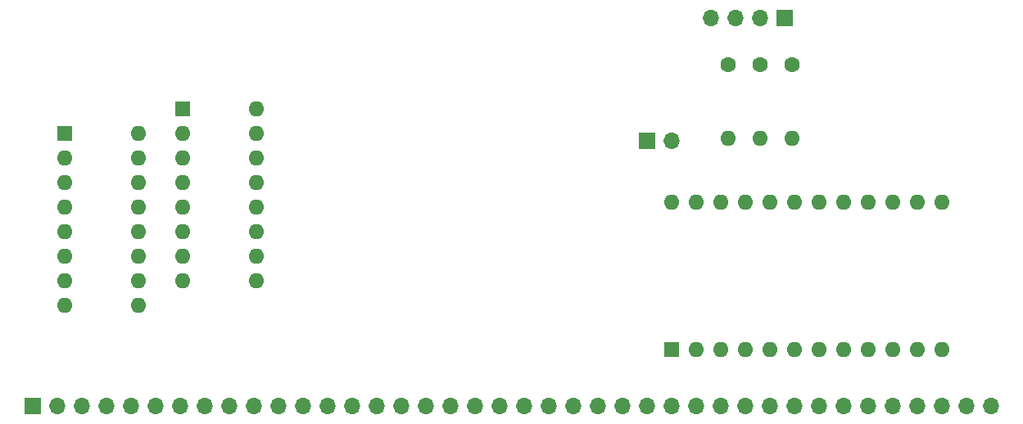
<source format=gts>
%TF.GenerationSoftware,KiCad,Pcbnew,7.0.1*%
%TF.CreationDate,2024-02-11T14:49:15+00:00*%
%TF.ProjectId,Sys09UART,53797330-3955-4415-9254-2e6b69636164,rev?*%
%TF.SameCoordinates,Original*%
%TF.FileFunction,Soldermask,Top*%
%TF.FilePolarity,Negative*%
%FSLAX46Y46*%
G04 Gerber Fmt 4.6, Leading zero omitted, Abs format (unit mm)*
G04 Created by KiCad (PCBNEW 7.0.1) date 2024-02-11 14:49:15*
%MOMM*%
%LPD*%
G01*
G04 APERTURE LIST*
%ADD10R,1.600000X1.600000*%
%ADD11O,1.600000X1.600000*%
%ADD12C,1.600000*%
%ADD13R,1.700000X1.700000*%
%ADD14O,1.700000X1.700000*%
G04 APERTURE END LIST*
D10*
%TO.C,U3*%
X150363000Y-95509000D03*
D11*
X152903000Y-95509000D03*
X155443000Y-95509000D03*
X157983000Y-95509000D03*
X160523000Y-95509000D03*
X163063000Y-95509000D03*
X165603000Y-95509000D03*
X168143000Y-95509000D03*
X170683000Y-95509000D03*
X173223000Y-95509000D03*
X175763000Y-95509000D03*
X178303000Y-95509000D03*
X178303000Y-80269000D03*
X175763000Y-80269000D03*
X173223000Y-80269000D03*
X170683000Y-80269000D03*
X168143000Y-80269000D03*
X165603000Y-80269000D03*
X163063000Y-80269000D03*
X160523000Y-80269000D03*
X157983000Y-80269000D03*
X155443000Y-80269000D03*
X152903000Y-80269000D03*
X150363000Y-80269000D03*
%TD*%
D10*
%TO.C,U1*%
X87640000Y-73167000D03*
D11*
X87640000Y-75707000D03*
X87640000Y-78247000D03*
X87640000Y-80787000D03*
X87640000Y-83327000D03*
X87640000Y-85867000D03*
X87640000Y-88407000D03*
X87640000Y-90947000D03*
X95260000Y-90947000D03*
X95260000Y-88407000D03*
X95260000Y-85867000D03*
X95260000Y-83327000D03*
X95260000Y-80787000D03*
X95260000Y-78247000D03*
X95260000Y-75707000D03*
X95260000Y-73167000D03*
%TD*%
D12*
%TO.C,R1*%
X162814000Y-66040000D03*
D11*
X162814000Y-73660000D03*
%TD*%
D12*
%TO.C,R3*%
X159512000Y-66040000D03*
D11*
X159512000Y-73660000D03*
%TD*%
D13*
%TO.C,J1*%
X84328000Y-101294000D03*
D14*
X86868000Y-101294000D03*
X89408000Y-101294000D03*
X91948000Y-101294000D03*
X94488000Y-101294000D03*
X97028000Y-101294000D03*
X99568000Y-101294000D03*
X102108000Y-101294000D03*
X104648000Y-101294000D03*
X107188000Y-101294000D03*
X109728000Y-101294000D03*
X112268000Y-101294000D03*
X114808000Y-101294000D03*
X117348000Y-101294000D03*
X119888000Y-101294000D03*
X122428000Y-101294000D03*
X124968000Y-101294000D03*
X127508000Y-101294000D03*
X130048000Y-101294000D03*
X132588000Y-101294000D03*
X135128000Y-101294000D03*
X137668000Y-101294000D03*
X140208000Y-101294000D03*
X142748000Y-101294000D03*
X145288000Y-101294000D03*
X147828000Y-101294000D03*
X150368000Y-101294000D03*
X152908000Y-101294000D03*
X155448000Y-101294000D03*
X157988000Y-101294000D03*
X160528000Y-101294000D03*
X163068000Y-101294000D03*
X165608000Y-101294000D03*
X168148000Y-101294000D03*
X170688000Y-101294000D03*
X173228000Y-101294000D03*
X175768000Y-101294000D03*
X178308000Y-101294000D03*
X180848000Y-101294000D03*
X183388000Y-101294000D03*
%TD*%
D13*
%TO.C,J2*%
X162052000Y-61214000D03*
D14*
X159512000Y-61214000D03*
X156972000Y-61214000D03*
X154432000Y-61214000D03*
%TD*%
D13*
%TO.C,J3*%
X147823000Y-73914000D03*
D14*
X150363000Y-73914000D03*
%TD*%
D10*
%TO.C,U4*%
X99832000Y-70627000D03*
D11*
X99832000Y-73167000D03*
X99832000Y-75707000D03*
X99832000Y-78247000D03*
X99832000Y-80787000D03*
X99832000Y-83327000D03*
X99832000Y-85867000D03*
X99832000Y-88407000D03*
X107452000Y-88407000D03*
X107452000Y-85867000D03*
X107452000Y-83327000D03*
X107452000Y-80787000D03*
X107452000Y-78247000D03*
X107452000Y-75707000D03*
X107452000Y-73167000D03*
X107452000Y-70627000D03*
%TD*%
D12*
%TO.C,R2*%
X156210000Y-66040000D03*
D11*
X156210000Y-73660000D03*
%TD*%
M02*

</source>
